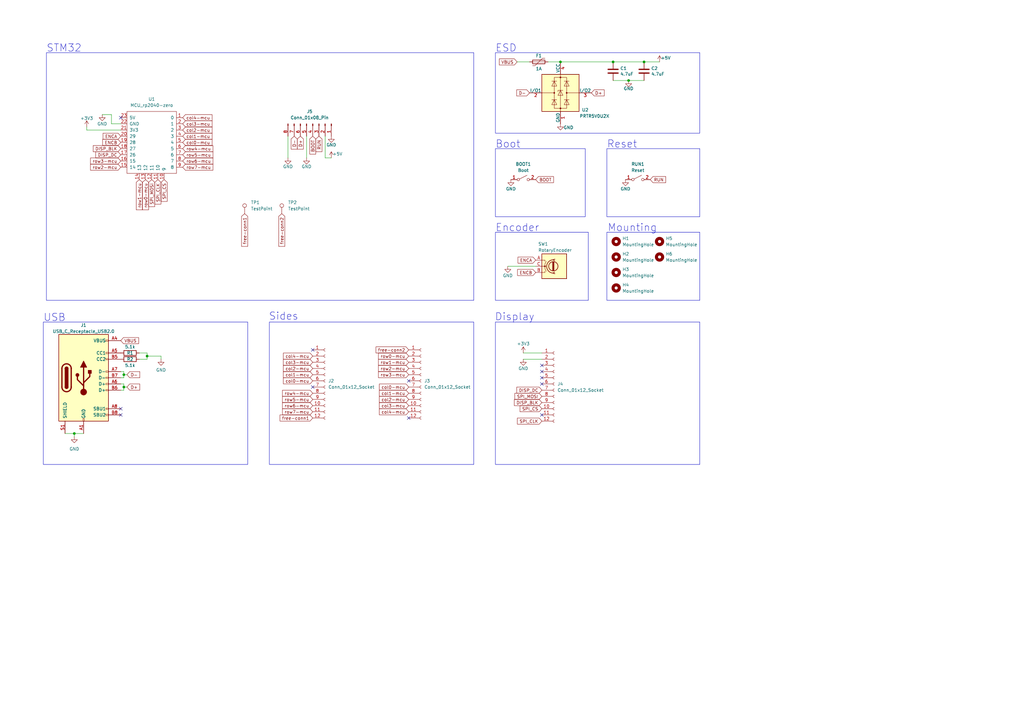
<source format=kicad_sch>
(kicad_sch (version 20231120) (generator "eeschema") (generator_version "8.0")
  (paper "A3")
  (lib_symbols
    (symbol "+5V_1" (power) (pin_names (offset 0))
      (property "Value" "+5V_1" (at 0 3.556 0))
      (symbol "+5V_1_0_1"
        (polyline (pts (xy -0.762 1.27) (xy 0 2.54)))
        (polyline (pts (xy 0 0) (xy 0 2.54)))
        (polyline (pts (xy 0 2.54) (xy 0.762 1.27)))
      )
      (symbol "+5V_1_1_1"
        (pin power_in line (at 0 0 90) (length 0) hide (name "+5V") (number "1"))
      )
    )
    (symbol "Connector:Conn_01x08_Pin" (pin_names (offset 1.016) hide)
      (property "Reference" "J" (at 0 10.16 0))
      (property "Value" "Conn_01x08_Pin" (at 0 -12.7 0))
      (symbol "Conn_01x08_Pin_1_1"
        (polyline (pts (xy 1.27 -10.16) (xy 0.8636 -10.16)) (stroke (width 0.1524)))
        (polyline (pts (xy 1.27 -7.62) (xy 0.8636 -7.62)) (stroke (width 0.1524)))
        (polyline (pts (xy 1.27 -5.08) (xy 0.8636 -5.08)) (stroke (width 0.1524)))
        (polyline (pts (xy 1.27 -2.54) (xy 0.8636 -2.54)) (stroke (width 0.1524)))
        (polyline (pts (xy 1.27 0) (xy 0.8636 0)) (stroke (width 0.1524)))
        (polyline (pts (xy 1.27 2.54) (xy 0.8636 2.54)) (stroke (width 0.1524)))
        (polyline (pts (xy 1.27 5.08) (xy 0.8636 5.08)) (stroke (width 0.1524)))
        (polyline (pts (xy 1.27 7.62) (xy 0.8636 7.62)) (stroke (width 0.1524)))
        (rectangle (start 0.8636 -10.033) (end 0 -10.287) (stroke (width 0.1524)) (fill (type outline)))
        (rectangle (start 0.8636 -7.493) (end 0 -7.747) (stroke (width 0.1524)) (fill (type outline)))
        (rectangle (start 0.8636 -4.953) (end 0 -5.207) (stroke (width 0.1524)) (fill (type outline)))
        (rectangle (start 0.8636 -2.413) (end 0 -2.667) (stroke (width 0.1524)) (fill (type outline)))
        (rectangle (start 0.8636 0.127) (end 0 -0.127) (stroke (width 0.1524)) (fill (type outline)))
        (rectangle (start 0.8636 2.667) (end 0 2.413) (stroke (width 0.1524)) (fill (type outline)))
        (rectangle (start 0.8636 5.207) (end 0 4.953) (stroke (width 0.1524)) (fill (type outline)))
        (rectangle (start 0.8636 7.747) (end 0 7.493) (stroke (width 0.1524)) (fill (type outline)))
        (pin passive line (at 5.08 7.62 180) (length 3.81) (name "Pin_1") (number "1"))
        (pin passive line (at 5.08 5.08 180) (length 3.81) (name "Pin_2") (number "2"))
        (pin passive line (at 5.08 2.54 180) (length 3.81) (name "Pin_3") (number "3"))
        (pin passive line (at 5.08 0 180) (length 3.81) (name "Pin_4") (number "4"))
        (pin passive line (at 5.08 -2.54 180) (length 3.81) (name "Pin_5") (number "5"))
        (pin passive line (at 5.08 -5.08 180) (length 3.81) (name "Pin_6") (number "6"))
        (pin passive line (at 5.08 -7.62 180) (length 3.81) (name "Pin_7") (number "7"))
        (pin passive line (at 5.08 -10.16 180) (length 3.81) (name "Pin_8") (number "8"))
      )
    )
    (symbol "Connector:Conn_01x12_Socket" (pin_names (offset 1.016) hide)
      (property "Reference" "J" (at 0 15.24 0))
      (property "Value" "Conn_01x12_Socket" (at 0 -17.78 0))
      (symbol "Conn_01x12_Socket_1_1"
        (arc (start 0 -14.732) (mid -0.5058 -15.24) (end 0 -15.748) (stroke (width 0.1524)))
        (arc (start 0 -12.192) (mid -0.5058 -12.7) (end 0 -13.208) (stroke (width 0.1524)))
        (arc (start 0 -9.652) (mid -0.5058 -10.16) (end 0 -10.668) (stroke (width 0.1524)))
        (arc (start 0 -7.112) (mid -0.5058 -7.62) (end 0 -8.128) (stroke (width 0.1524)))
        (arc (start 0 -4.572) (mid -0.5058 -5.08) (end 0 -5.588) (stroke (width 0.1524)))
        (arc (start 0 -2.032) (mid -0.5058 -2.54) (end 0 -3.048) (stroke (width 0.1524)))
        (polyline (pts (xy -1.27 -15.24) (xy -0.508 -15.24)) (stroke (width 0.1524)))
        (polyline (pts (xy -1.27 -12.7) (xy -0.508 -12.7)) (stroke (width 0.1524)))
        (polyline (pts (xy -1.27 -10.16) (xy -0.508 -10.16)) (stroke (width 0.1524)))
        (polyline (pts (xy -1.27 -7.62) (xy -0.508 -7.62)) (stroke (width 0.1524)))
        (polyline (pts (xy -1.27 -5.08) (xy -0.508 -5.08)) (stroke (width 0.1524)))
        (polyline (pts (xy -1.27 -2.54) (xy -0.508 -2.54)) (stroke (width 0.1524)))
        (polyline (pts (xy -1.27 0) (xy -0.508 0)) (stroke (width 0.1524)))
        (polyline (pts (xy -1.27 2.54) (xy -0.508 2.54)) (stroke (width 0.1524)))
        (polyline (pts (xy -1.27 5.08) (xy -0.508 5.08)) (stroke (width 0.1524)))
        (polyline (pts (xy -1.27 7.62) (xy -0.508 7.62)) (stroke (width 0.1524)))
        (polyline (pts (xy -1.27 10.16) (xy -0.508 10.16)) (stroke (width 0.1524)))
        (polyline (pts (xy -1.27 12.7) (xy -0.508 12.7)) (stroke (width 0.1524)))
        (arc (start 0 0.508) (mid -0.5058 0) (end 0 -0.508) (stroke (width 0.1524)))
        (arc (start 0 3.048) (mid -0.5058 2.54) (end 0 2.032) (stroke (width 0.1524)))
        (arc (start 0 5.588) (mid -0.5058 5.08) (end 0 4.572) (stroke (width 0.1524)))
        (arc (start 0 8.128) (mid -0.5058 7.62) (end 0 7.112) (stroke (width 0.1524)))
        (arc (start 0 10.668) (mid -0.5058 10.16) (end 0 9.652) (stroke (width 0.1524)))
        (arc (start 0 13.208) (mid -0.5058 12.7) (end 0 12.192) (stroke (width 0.1524)))
        (pin passive line (at -5.08 12.7 0) (length 3.81) (name "Pin_1") (number "1"))
        (pin passive line (at -5.08 -10.16 0) (length 3.81) (name "Pin_10") (number "10"))
        (pin passive line (at -5.08 -12.7 0) (length 3.81) (name "Pin_11") (number "11"))
        (pin passive line (at -5.08 -15.24 0) (length 3.81) (name "Pin_12") (number "12"))
        (pin passive line (at -5.08 10.16 0) (length 3.81) (name "Pin_2") (number "2"))
        (pin passive line (at -5.08 7.62 0) (length 3.81) (name "Pin_3") (number "3"))
        (pin passive line (at -5.08 5.08 0) (length 3.81) (name "Pin_4") (number "4"))
        (pin passive line (at -5.08 2.54 0) (length 3.81) (name "Pin_5") (number "5"))
        (pin passive line (at -5.08 0 0) (length 3.81) (name "Pin_6") (number "6"))
        (pin passive line (at -5.08 -2.54 0) (length 3.81) (name "Pin_7") (number "7"))
        (pin passive line (at -5.08 -5.08 0) (length 3.81) (name "Pin_8") (number "8"))
        (pin passive line (at -5.08 -7.62 0) (length 3.81) (name "Pin_9") (number "9"))
      )
    )
    (symbol "Connector:TestPoint" (pin_numbers hide) (pin_names (offset 0.762) hide)
      (property "Reference" "TP" (at 0 6.858 0))
      (property "Value" "TestPoint" (at 0 5.08 0))
      (symbol "TestPoint_0_1"
        (circle (center 0 3.302) (radius 0.762))
      )
      (symbol "TestPoint_1_1"
        (pin passive line (at 0 0 90) (length 2.54) (name "1") (number "1"))
      )
    )
    (symbol "Connector:USB_C_Receptacle_USB2.0" (pin_names (offset 1.016))
      (property "Reference" "J" (at -10.16 19.05 0))
      (property "Value" "USB_C_Receptacle_USB2.0" (at 19.05 19.05 0))
      (symbol "USB_C_Receptacle_USB2.0_0_0"
        (rectangle (start -0.254 -17.78) (end 0.254 -16.764))
        (rectangle (start 10.16 -14.986) (end 9.144 -15.494))
        (rectangle (start 10.16 -12.446) (end 9.144 -12.954))
        (rectangle (start 10.16 -4.826) (end 9.144 -5.334))
        (rectangle (start 10.16 -2.286) (end 9.144 -2.794))
        (rectangle (start 10.16 0.254) (end 9.144 -0.254))
        (rectangle (start 10.16 2.794) (end 9.144 2.286))
        (rectangle (start 10.16 7.874) (end 9.144 7.366))
        (rectangle (start 10.16 10.414) (end 9.144 9.906))
        (rectangle (start 10.16 15.494) (end 9.144 14.986))
      )
      (symbol "USB_C_Receptacle_USB2.0_0_1"
        (rectangle (start -10.16 17.78) (end 10.16 -17.78) (stroke (width 0.254)) (fill (type background)))
        (arc (start -8.89 -3.81) (mid -6.985 -5.7067) (end -5.08 -3.81) (stroke (width 0.508)))
        (arc (start -7.62 -3.81) (mid -6.985 -4.4423) (end -6.35 -3.81) (stroke (width 0.254)))
        (arc (start -7.62 -3.81) (mid -6.985 -4.4423) (end -6.35 -3.81) (stroke (width 0.254)) (fill (type outline)))
        (rectangle (start -7.62 -3.81) (end -6.35 3.81) (stroke (width 0.254)) (fill (type outline)))
        (arc (start -6.35 3.81) (mid -6.985 4.4423) (end -7.62 3.81) (stroke (width 0.254)))
        (arc (start -6.35 3.81) (mid -6.985 4.4423) (end -7.62 3.81) (stroke (width 0.254)) (fill (type outline)))
        (arc (start -5.08 3.81) (mid -6.985 5.7067) (end -8.89 3.81) (stroke (width 0.508)))
        (circle (center -2.54 1.143) (radius 0.635) (stroke (width 0.254)) (fill (type outline)))
        (circle (center 0 -5.842) (radius 1.27) (fill (type outline)))
        (polyline (pts (xy -8.89 -3.81) (xy -8.89 3.81)) (stroke (width 0.508)))
        (polyline (pts (xy -5.08 3.81) (xy -5.08 -3.81)) (stroke (width 0.508)))
        (polyline (pts (xy 0 -5.842) (xy 0 4.318)) (stroke (width 0.508)))
        (polyline (pts (xy 0 -3.302) (xy -2.54 -0.762) (xy -2.54 0.508)) (stroke (width 0.508)))
        (polyline (pts (xy 0 -2.032) (xy 2.54 0.508) (xy 2.54 1.778)) (stroke (width 0.508)))
        (polyline (pts (xy -1.27 4.318) (xy 0 6.858) (xy 1.27 4.318) (xy -1.27 4.318)) (stroke (width 0.254)) (fill (type outline)))
        (rectangle (start 1.905 1.778) (end 3.175 3.048) (stroke (width 0.254)) (fill (type outline)))
      )
      (symbol "USB_C_Receptacle_USB2.0_1_1"
        (pin passive line (at 0 -22.86 90) (length 5.08) (name "GND") (number "A1"))
        (pin passive line (at 0 -22.86 90) (length 5.08) hide (name "GND") (number "A12"))
        (pin passive line (at 15.24 15.24 180) (length 5.08) (name "VBUS") (number "A4"))
        (pin bidirectional line (at 15.24 10.16 180) (length 5.08) (name "CC1") (number "A5"))
        (pin bidirectional line (at 15.24 -2.54 180) (length 5.08) (name "D+") (number "A6"))
        (pin bidirectional line (at 15.24 2.54 180) (length 5.08) (name "D-") (number "A7"))
        (pin bidirectional line (at 15.24 -12.7 180) (length 5.08) (name "SBU1") (number "A8"))
        (pin passive line (at 15.24 15.24 180) (length 5.08) hide (name "VBUS") (number "A9"))
        (pin passive line (at 0 -22.86 90) (length 5.08) hide (name "GND") (number "B1"))
        (pin passive line (at 0 -22.86 90) (length 5.08) hide (name "GND") (number "B12"))
        (pin passive line (at 15.24 15.24 180) (length 5.08) hide (name "VBUS") (number "B4"))
        (pin bidirectional line (at 15.24 7.62 180) (length 5.08) (name "CC2") (number "B5"))
        (pin bidirectional line (at 15.24 -5.08 180) (length 5.08) (name "D+") (number "B6"))
        (pin bidirectional line (at 15.24 0 180) (length 5.08) (name "D-") (number "B7"))
        (pin bidirectional line (at 15.24 -15.24 180) (length 5.08) (name "SBU2") (number "B8"))
        (pin passive line (at 15.24 15.24 180) (length 5.08) hide (name "VBUS") (number "B9"))
        (pin passive line (at -7.62 -22.86 90) (length 5.08) (name "SHIELD") (number "S1"))
      )
    )
    (symbol "Device:C" (pin_numbers hide) (pin_names (offset 0.254))
      (property "Reference" "C" (at 0.635 2.54 0))
      (property "Value" "C" (at 0.635 -2.54 0))
      (symbol "C_0_1"
        (polyline (pts (xy -2.032 -0.762) (xy 2.032 -0.762)) (stroke (width 0.508)))
        (polyline (pts (xy -2.032 0.762) (xy 2.032 0.762)) (stroke (width 0.508)))
      )
      (symbol "C_1_1"
        (pin passive line (at 0 3.81 270) (length 2.794) (name "~") (number "1"))
        (pin passive line (at 0 -3.81 90) (length 2.794) (name "~") (number "2"))
      )
    )
    (symbol "Device:Polyfuse" (pin_numbers hide) (pin_names (offset 0))
      (property "Reference" "F" (at -2.54 0 90))
      (property "Value" "Polyfuse" (at 2.54 0 90))
      (symbol "Polyfuse_0_1"
        (rectangle (start -0.762 2.54) (end 0.762 -2.54) (stroke (width 0.254)))
        (polyline (pts (xy 0 2.54) (xy 0 -2.54)))
        (polyline (pts (xy -1.524 2.54) (xy -1.524 1.524) (xy 1.524 -1.524) (xy 1.524 -2.54)))
      )
      (symbol "Polyfuse_1_1"
        (pin passive line (at 0 3.81 270) (length 1.27) (name "~") (number "1"))
        (pin passive line (at 0 -3.81 90) (length 1.27) (name "~") (number "2"))
      )
    )
    (symbol "Device:R" (pin_numbers hide) (pin_names (offset 0))
      (property "Reference" "R" (at 2.032 0 90))
      (property "Value" "R" (at 0 0 90))
      (symbol "R_0_1"
        (rectangle (start -1.016 -2.54) (end 1.016 2.54) (stroke (width 0.254)))
      )
      (symbol "R_1_1"
        (pin passive line (at 0 3.81 270) (length 1.27) (name "~") (number "1"))
        (pin passive line (at 0 -3.81 90) (length 1.27) (name "~") (number "2"))
      )
    )
    (symbol "Device:RotaryEncoder" (pin_names (offset 0.254) hide)
      (property "Reference" "SW" (at 0 6.604 0))
      (property "Value" "RotaryEncoder" (at 0 -6.604 0))
      (symbol "RotaryEncoder_0_1"
        (rectangle (start -5.08 5.08) (end 5.08 -5.08) (stroke (width 0.254)) (fill (type background)))
        (circle (center -3.81 0) (radius 0.254) (fill (type outline)))
        (circle (center -0.381 0) (radius 1.905) (stroke (width 0.254)))
        (arc (start -0.381 2.667) (mid -3.0988 -0.0635) (end -0.381 -2.794) (stroke (width 0.254)))
        (polyline (pts (xy -0.635 -1.778) (xy -0.635 1.778)) (stroke (width 0.254)))
        (polyline (pts (xy -0.381 -1.778) (xy -0.381 1.778)) (stroke (width 0.254)))
        (polyline (pts (xy -0.127 1.778) (xy -0.127 -1.778)) (stroke (width 0.254)))
        (polyline (pts (xy -5.08 -2.54) (xy -3.81 -2.54) (xy -3.81 -2.032)))
        (polyline (pts (xy -5.08 2.54) (xy -3.81 2.54) (xy -3.81 2.032)))
        (polyline (pts (xy 0.254 -3.048) (xy -0.508 -2.794) (xy 0.127 -2.413)) (stroke (width 0.254)))
        (polyline (pts (xy 0.254 2.921) (xy -0.508 2.667) (xy 0.127 2.286)) (stroke (width 0.254)))
        (polyline (pts (xy -5.08 0) (xy -3.81 0) (xy -3.81 -1.016) (xy -3.302 -2.032)))
        (polyline (pts (xy -4.318 0) (xy -3.81 0) (xy -3.81 1.016) (xy -3.302 2.032)))
      )
      (symbol "RotaryEncoder_1_1"
        (pin passive line (at -7.62 2.54 0) (length 2.54) (name "A") (number "A"))
        (pin passive line (at -7.62 -2.54 0) (length 2.54) (name "B") (number "B"))
        (pin passive line (at -7.62 0 0) (length 2.54) (name "C") (number "C"))
      )
    )
    (symbol "Mechanical:MountingHole" (pin_names (offset 1.016))
      (property "Reference" "H" (at 0 5.08 0))
      (property "Value" "MountingHole" (at 0 3.175 0))
      (symbol "MountingHole_0_1"
        (circle (center 0 0) (radius 1.27) (stroke (width 1.27)))
      )
    )
    (symbol "Power_Protection:PRTR5V0U2X" (pin_names (offset 0))
      (property "Reference" "D" (at 2.794 8.636 0))
      (property "Value" "PRTR5V0U2X" (at 8.128 -9.398 0))
      (symbol "PRTR5V0U2X_0_1"
        (rectangle (start -7.62 -7.62) (end 7.62 7.62) (stroke (width 0.254)) (fill (type background)))
        (circle (center -2.54 0) (radius 0.254) (fill (type outline)))
        (rectangle (start -2.54 6.35) (end 2.54 -6.35))
        (circle (center 0 -6.35) (radius 0.254) (fill (type outline)))
        (polyline (pts (xy -2.54 0) (xy -7.62 0)))
        (polyline (pts (xy -1.524 -2.794) (xy -3.556 -2.794)))
        (polyline (pts (xy -1.524 4.826) (xy -3.556 4.826)))
        (polyline (pts (xy 0 -7.62) (xy 0 7.62)))
        (polyline (pts (xy 1.524 -2.794) (xy 3.556 -2.794)))
        (polyline (pts (xy 1.524 4.826) (xy 3.556 4.826)))
        (polyline (pts (xy 2.54 0) (xy 7.62 0)))
        (polyline (pts (xy 1.016 1.016) (xy -1.016 1.016) (xy -1.016 0.508)))
        (polyline (pts (xy -3.556 -4.826) (xy -1.524 -4.826) (xy -2.54 -2.794) (xy -3.556 -4.826)))
        (polyline (pts (xy -3.556 2.794) (xy -1.524 2.794) (xy -2.54 4.826) (xy -3.556 2.794)))
        (polyline (pts (xy -1.016 -1.016) (xy 1.016 -1.016) (xy 0 1.016) (xy -1.016 -1.016)))
        (polyline (pts (xy 3.556 -4.826) (xy 1.524 -4.826) (xy 2.54 -2.794) (xy 3.556 -4.826)))
        (polyline (pts (xy 3.556 2.794) (xy 1.524 2.794) (xy 2.54 4.826) (xy 3.556 2.794)))
        (circle (center 0 6.35) (radius 0.254) (fill (type outline)))
        (circle (center 2.54 0) (radius 0.254) (fill (type outline)))
      )
      (symbol "PRTR5V0U2X_1_1"
        (pin passive line (at 0 -12.7 90) (length 5.08) (name "GND") (number "1"))
        (pin passive line (at -12.7 0 0) (length 5.08) (name "I/O1") (number "2"))
        (pin passive line (at 12.7 0 180) (length 5.08) (name "I/O2") (number "3"))
        (pin passive line (at 0 12.7 270) (length 5.08) (name "VCC") (number "4"))
      )
    )
    (symbol "Switch:SW_SPST" (pin_names (offset 0) hide)
      (property "Reference" "SW" (at 0 3.175 0))
      (property "Value" "SW_SPST" (at 0 -2.54 0))
      (symbol "SW_SPST_0_0"
        (circle (center -2.032 0) (radius 0.508))
        (polyline (pts (xy -1.524 0.254) (xy 1.524 1.778)))
        (circle (center 2.032 0) (radius 0.508))
      )
      (symbol "SW_SPST_1_1"
        (pin passive line (at -5.08 0 0) (length 2.54) (name "A") (number "1"))
        (pin passive line (at 5.08 0 180) (length 2.54) (name "B") (number "2"))
      )
    )
    (symbol "power:+3V3" (power) (pin_names (offset 0))
      (property "Value" "+3V3" (at 0 3.556 0))
      (symbol "+3V3_0_1"
        (polyline (pts (xy -0.762 1.27) (xy 0 2.54)))
        (polyline (pts (xy 0 0) (xy 0 2.54)))
        (polyline (pts (xy 0 2.54) (xy 0.762 1.27)))
      )
      (symbol "+3V3_1_1"
        (pin power_in line (at 0 0 90) (length 0) hide (name "+3V3") (number "1"))
      )
    )
    (symbol "power:GND" (power) (pin_names (offset 0))
      (property "Value" "GND" (at 0 -3.81 0))
      (symbol "GND_0_1"
        (polyline (pts (xy 0 0) (xy 0 -1.27) (xy 1.27 -1.27) (xy 0 -2.54) (xy -1.27 -1.27) (xy 0 -1.27)))
      )
      (symbol "GND_1_1"
        (pin power_in line (at 0 0 270) (length 0) hide (name "GND") (number "1"))
      )
    )
    (symbol "power:VCC" (power) (pin_names (offset 0))
      (property "Value" "VCC" (at 0 3.81 0))
      (symbol "VCC_0_1"
        (polyline (pts (xy -0.762 1.27) (xy 0 2.54)))
        (polyline (pts (xy 0 0) (xy 0 2.54)))
        (polyline (pts (xy 0 2.54) (xy 0.762 1.27)))
      )
      (symbol "VCC_1_1"
        (pin power_in line (at 0 0 90) (length 0) hide (name "VCC") (number "1"))
      )
    )
    (symbol "zzkeeb:MCU_rp2040-zero" (pin_names (offset 1.016))
      (property "Reference" "U" (at 0 15.24 0))
      (property "Value" "MCU_rp2040-zero" (at 0 12.7 0))
      (symbol "MCU_rp2040-zero_0_1"
        (rectangle (start -10.16 11.43) (end 10.16 -13.97))
      )
      (symbol "MCU_rp2040-zero_1_1"
        (pin bidirectional line (at 12.7 8.89 180) (length 2.54) (name "0") (number "1"))
        (pin bidirectional line (at 5.08 -16.51 90) (length 2.54) (name "9") (number "10"))
        (pin bidirectional line (at 2.54 -16.51 90) (length 2.54) (name "10") (number "11"))
        (pin bidirectional line (at 0 -16.51 90) (length 2.54) (name "11") (number "12"))
        (pin bidirectional line (at -2.54 -16.51 90) (length 2.54) (name "12") (number "13"))
        (pin bidirectional line (at -5.08 -16.51 90) (length 2.54) (name "13") (number "14"))
        (pin bidirectional line (at -12.7 -11.43 0) (length 2.54) (name "14") (number "15"))
        (pin bidirectional line (at -12.7 -8.89 0) (length 2.54) (name "15") (number "16"))
        (pin bidirectional line (at -12.7 -6.35 0) (length 2.54) (name "26") (number "17"))
        (pin bidirectional line (at -12.7 -3.81 0) (length 2.54) (name "27") (number "18"))
        (pin bidirectional line (at -12.7 -1.27 0) (length 2.54) (name "28") (number "19"))
        (pin bidirectional line (at 12.7 6.35 180) (length 2.54) (name "1") (number "2"))
        (pin bidirectional line (at -12.7 1.27 0) (length 2.54) (name "29") (number "20"))
        (pin power_out line (at -12.7 3.81 0) (length 2.54) (name "3V3") (number "21"))
        (pin power_out line (at -12.7 6.35 0) (length 2.54) (name "GND") (number "22"))
        (pin power_out line (at -12.7 8.89 0) (length 2.54) (name "5V") (number "23"))
        (pin bidirectional line (at 12.7 3.81 180) (length 2.54) (name "2") (number "3"))
        (pin bidirectional line (at 12.7 1.27 180) (length 2.54) (name "3") (number "4"))
        (pin bidirectional line (at 12.7 -1.27 180) (length 2.54) (name "4") (number "5"))
        (pin bidirectional line (at 12.7 -3.81 180) (length 2.54) (name "5") (number "6"))
        (pin bidirectional line (at 12.7 -6.35 180) (length 2.54) (name "6") (number "7"))
        (pin bidirectional line (at 12.7 -8.89 180) (length 2.54) (name "7") (number "8"))
        (pin bidirectional line (at 12.7 -11.43 180) (length 2.54) (name "8") (number "9"))
      )
    )
  )
  (junction (at 60.325 146.05))
  (junction (at 257.81 33.02))
  (junction (at 50.8 158.75))
  (junction (at 251.46 25.4))
  (junction (at 229.87 25.4))
  (junction (at 264.16 25.4))
  (junction (at 30.48 177.8))
  (junction (at 50.8 153.67))
  (no_connect (at 128.27 143.51))
  (no_connect (at 167.64 171.45))
  (no_connect (at 222.25 152.4))
  (no_connect (at 49.53 48.26))
  (no_connect (at 49.53 170.18))
  (no_connect (at 128.27 158.75))
  (no_connect (at 167.64 156.21))
  (no_connect (at 222.25 154.94))
  (no_connect (at 222.25 149.86))
  (no_connect (at 222.25 170.18))
  (no_connect (at 49.53 167.64))
  (no_connect (at 222.25 157.48))
  (wire (pts (xy 214.63 147.32) (xy 222.25 147.32)))
  (wire (pts (xy 66.04 146.05) (xy 66.04 147.32)))
  (wire (pts (xy 49.53 50.8) (xy 45.72 50.8)))
  (wire (pts (xy 30.48 177.8) (xy 30.48 179.07)))
  (wire (pts (xy 264.16 25.4) (xy 270.51 25.4)))
  (wire (pts (xy 125.73 55.88) (xy 125.73 64.77)))
  (wire (pts (xy 60.325 146.05) (xy 60.325 144.78)))
  (wire (pts (xy 35.56 53.34) (xy 35.56 52.07)))
  (wire (pts (xy 57.15 144.78) (xy 60.325 144.78)))
  (wire (pts (xy 224.79 25.4) (xy 229.87 25.4)))
  (wire (pts (xy 50.8 153.67) (xy 50.8 154.94)))
  (wire (pts (xy 26.67 177.8) (xy 30.48 177.8)))
  (wire (pts (xy 45.72 50.8) (xy 45.72 46.99)))
  (wire (pts (xy 41.91 46.99) (xy 45.72 46.99)))
  (wire (pts (xy 50.8 152.4) (xy 50.8 153.67)))
  (wire (pts (xy 229.87 25.4) (xy 251.46 25.4)))
  (wire (pts (xy 60.325 146.05) (xy 66.04 146.05)))
  (wire (pts (xy 251.46 33.02) (xy 257.81 33.02)))
  (wire (pts (xy 49.53 160.02) (xy 50.8 160.02)))
  (wire (pts (xy 50.8 160.02) (xy 50.8 158.75)))
  (wire (pts (xy 49.53 157.48) (xy 50.8 157.48)))
  (wire (pts (xy 214.63 144.78) (xy 222.25 144.78)))
  (wire (pts (xy 251.46 25.4) (xy 264.16 25.4)))
  (wire (pts (xy 257.81 33.02) (xy 264.16 33.02)))
  (wire (pts (xy 212.09 25.4) (xy 217.17 25.4)))
  (wire (pts (xy 30.48 177.8) (xy 34.29 177.8)))
  (wire (pts (xy 49.53 152.4) (xy 50.8 152.4)))
  (wire (pts (xy 50.8 157.48) (xy 50.8 158.75)))
  (wire (pts (xy 49.53 53.34) (xy 35.56 53.34)))
  (wire (pts (xy 50.8 158.75) (xy 52.07 158.75)))
  (wire (pts (xy 208.28 109.22) (xy 219.71 109.22)))
  (wire (pts (xy 118.11 55.88) (xy 118.11 64.77)))
  (wire (pts (xy 57.15 147.32) (xy 60.325 147.32)))
  (wire (pts (xy 60.325 147.32) (xy 60.325 146.05)))
  (wire (pts (xy 133.35 55.88) (xy 133.35 64.77)))
  (wire (pts (xy 133.35 64.77) (xy 135.89 64.77)))
  (wire (pts (xy 50.8 153.67) (xy 52.07 153.67)))
  (wire (pts (xy 49.53 154.94) (xy 50.8 154.94)))
  (rectangle (start 203.2 132.08) (end 287.02 190.5))
  (rectangle (start 248.92 95.25) (end 287.02 123.19))
  (rectangle (start 203.2 60.96) (end 240.03 88.9))
  (rectangle (start 203.2 21.59) (end 287.02 54.61))
  (rectangle (start 19.05 21.59) (end 194.31 123.19))
  (rectangle (start 248.92 60.96) (end 287.02 88.9))
  (rectangle (start 110.49 132.08) (end 194.31 190.5))
  (rectangle (start 203.2 95.25) (end 241.3 123.19))
  (rectangle (start 17.78 132.08) (end 101.6 190.5))
  (text "USB" (at 17.78 132.08 0) (effects (font (size 3 3)) (justify left bottom)))
  (text "Boot" (at 203.2 60.96 0) (effects (font (size 3 3)) (justify left bottom)))
  (text "Reset" (at 248.92 60.96 0) (effects (font (size 3 3)) (justify left bottom)))
  (text "Encoder" (at 203.2 95.25 0) (effects (font (size 3 3)) (justify left bottom)))
  (text "Sides" (at 110.236 131.572 0) (effects (font (size 3 3)) (justify left bottom)))
  (text "Display" (at 202.946 131.826 0) (effects (font (size 3 3)) (justify left bottom)))
  (text "ESD" (at 203.2 21.59 0) (effects (font (size 3 3)) (justify left bottom)))
  (text "Mounting" (at 249.174 95.25 0) (effects (font (size 3 3)) (justify left bottom)))
  (text "STM32" (at 19.05 21.59 0) (effects (font (size 3 3)) (justify left bottom)))
  (global_label "row3-mcu" (shape input) (at 49.53 66.04 180) (property "Intersheetrefs" "${INTERSHEET_REFS}" (effects (hide yes))))
  (global_label "D+" (shape input) (at 52.07 158.75 0) (property "Intersheetrefs" "${INTERSHEET_REFS}" (effects (hide yes))))
  (global_label "VBUS" (shape input) (at 212.09 25.4 180) (property "Intersheetrefs" "${INTERSHEET_REFS}" (effects (hide yes))))
  (global_label "row6-mcu" (shape input) (at 74.93 66.04 0) (property "Intersheetrefs" "${INTERSHEET_REFS}" (effects (hide yes))))
  (global_label "col2-mcu" (shape input) (at 128.27 151.13 180) (property "Intersheetrefs" "${INTERSHEET_REFS}" (effects (hide yes))))
  (global_label "RUN" (shape input) (at 130.81 55.88 270) (property "Intersheetrefs" "${INTERSHEET_REFS}" (effects (hide yes))))
  (global_label "free-conn1" (shape input) (at 100.33 87.63 270) (property "Intersheetrefs" "${INTERSHEET_REFS}" (effects (hide yes))))
  (global_label "D-" (shape input) (at 217.17 38.1 180) (property "Intersheetrefs" "${INTERSHEET_REFS}" (effects (hide yes))))
  (global_label "col4-mcu" (shape input) (at 167.64 168.91 180) (property "Intersheetrefs" "${INTERSHEET_REFS}" (effects (hide yes))))
  (global_label "ENCB" (shape input) (at 49.53 58.42 180) (property "Intersheetrefs" "${INTERSHEET_REFS}" (effects (hide yes))))
  (global_label "col4-mcu" (shape input) (at 128.27 146.05 180) (property "Intersheetrefs" "${INTERSHEET_REFS}" (effects (hide yes))))
  (global_label "col0-mcu" (shape input) (at 128.27 156.21 180) (property "Intersheetrefs" "${INTERSHEET_REFS}" (effects (hide yes))))
  (global_label "SPI_MOSI" (shape input) (at 62.23 73.66 270) (property "Intersheetrefs" "${INTERSHEET_REFS}" (effects (hide yes))))
  (global_label "VBUS" (shape input) (at 49.53 139.7 0) (property "Intersheetrefs" "${INTERSHEET_REFS}" (effects (hide yes))))
  (global_label "DISP_BLK" (shape input) (at 49.53 60.96 180) (property "Intersheetrefs" "${INTERSHEET_REFS}" (effects (hide yes))))
  (global_label "ENCA" (shape input) (at 49.53 55.88 180) (property "Intersheetrefs" "${INTERSHEET_REFS}" (effects (hide yes))))
  (global_label "row2-mcu" (shape input) (at 49.53 68.58 180) (property "Intersheetrefs" "${INTERSHEET_REFS}" (effects (hide yes))))
  (global_label "row0-mcu" (shape input) (at 59.69 73.66 270) (property "Intersheetrefs" "${INTERSHEET_REFS}" (effects (hide yes))))
  (global_label "SPI_MOSI" (shape input) (at 222.25 162.56 180) (property "Intersheetrefs" "${INTERSHEET_REFS}" (effects (hide yes))))
  (global_label "free-conn2" (shape input) (at 167.64 143.51 180) (property "Intersheetrefs" "${INTERSHEET_REFS}" (effects (hide yes))))
  (global_label "col3-mcu" (shape input) (at 74.93 50.8 0) (property "Intersheetrefs" "${INTERSHEET_REFS}" (effects (hide yes))))
  (global_label "row0-mcu" (shape input) (at 167.64 146.05 180) (property "Intersheetrefs" "${INTERSHEET_REFS}" (effects (hide yes))))
  (global_label "row6-mcu" (shape input) (at 128.27 166.37 180) (property "Intersheetrefs" "${INTERSHEET_REFS}" (effects (hide yes))))
  (global_label "DISP_BLK" (shape input) (at 222.25 165.1 180) (property "Intersheetrefs" "${INTERSHEET_REFS}" (effects (hide yes))))
  (global_label "free-conn1" (shape input) (at 128.27 171.45 180) (property "Intersheetrefs" "${INTERSHEET_REFS}" (effects (hide yes))))
  (global_label "col0-mcu" (shape input) (at 167.64 158.75 180) (property "Intersheetrefs" "${INTERSHEET_REFS}" (effects (hide yes))))
  (global_label "row7-mcu" (shape input) (at 74.93 68.58 0) (property "Intersheetrefs" "${INTERSHEET_REFS}" (effects (hide yes))))
  (global_label "col1-mcu" (shape input) (at 167.64 161.29 180) (property "Intersheetrefs" "${INTERSHEET_REFS}" (effects (hide yes))))
  (global_label "SPI_CLK" (shape input) (at 64.77 73.66 270) (property "Intersheetrefs" "${INTERSHEET_REFS}" (effects (hide yes))))
  (global_label "RUN" (shape input) (at 266.7 73.66 0) (property "Intersheetrefs" "${INTERSHEET_REFS}" (effects (hide yes))))
  (global_label "col3-mcu" (shape input) (at 167.64 166.37 180) (property "Intersheetrefs" "${INTERSHEET_REFS}" (effects (hide yes))))
  (global_label "col2-mcu" (shape input) (at 167.64 163.83 180) (property "Intersheetrefs" "${INTERSHEET_REFS}" (effects (hide yes))))
  (global_label "row5-mcu" (shape input) (at 74.93 63.5 0) (property "Intersheetrefs" "${INTERSHEET_REFS}" (effects (hide yes))))
  (global_label "D+" (shape input) (at 123.19 55.88 270) (property "Intersheetrefs" "${INTERSHEET_REFS}" (effects (hide yes))))
  (global_label "BOOT" (shape input) (at 128.27 55.88 270) (property "Intersheetrefs" "${INTERSHEET_REFS}" (effects (hide yes))))
  (global_label "D-" (shape input) (at 120.65 55.88 270) (property "Intersheetrefs" "${INTERSHEET_REFS}" (effects (hide yes))))
  (global_label "row2-mcu" (shape input) (at 167.64 151.13 180) (property "Intersheetrefs" "${INTERSHEET_REFS}" (effects (hide yes))))
  (global_label "ENCB" (shape input) (at 219.71 111.76 180) (property "Intersheetrefs" "${INTERSHEET_REFS}" (effects (hide yes))))
  (global_label "row1-mcu" (shape input) (at 57.15 73.66 270) (property "Intersheetrefs" "${INTERSHEET_REFS}" (effects (hide yes))))
  (global_label "row5-mcu" (shape input) (at 128.27 163.83 180) (property "Intersheetrefs" "${INTERSHEET_REFS}" (effects (hide yes))))
  (global_label "col1-mcu" (shape input) (at 128.27 153.67 180) (property "Intersheetrefs" "${INTERSHEET_REFS}" (effects (hide yes))))
  (global_label "ENCA" (shape input) (at 219.71 106.68 180) (property "Intersheetrefs" "${INTERSHEET_REFS}" (effects (hide yes))))
  (global_label "row4-mcu" (shape input) (at 74.93 60.96 0) (property "Intersheetrefs" "${INTERSHEET_REFS}" (effects (hide yes))))
  (global_label "D-" (shape input) (at 52.07 153.67 0) (property "Intersheetrefs" "${INTERSHEET_REFS}" (effects (hide yes))))
  (global_label "row7-mcu" (shape input) (at 128.27 168.91 180) (property "Intersheetrefs" "${INTERSHEET_REFS}" (effects (hide yes))))
  (global_label "col2-mcu" (shape input) (at 74.93 53.34 0) (property "Intersheetrefs" "${INTERSHEET_REFS}" (effects (hide yes))))
  (global_label "col0-mcu" (shape input) (at 74.93 58.42 0) (property "Intersheetrefs" "${INTERSHEET_REFS}" (effects (hide yes))))
  (global_label "DISP_DC" (shape input) (at 49.53 63.5 180) (property "Intersheetrefs" "${INTERSHEET_REFS}" (effects (hide yes))))
  (global_label "SPI_CS" (shape input) (at 67.31 73.66 270) (property "Intersheetrefs" "${INTERSHEET_REFS}" (effects (hide yes))))
  (global_label "SPI_CLK" (shape input) (at 222.25 172.72 180) (property "Intersheetrefs" "${INTERSHEET_REFS}" (effects (hide yes))))
  (global_label "col3-mcu" (shape input) (at 128.27 148.59 180) (property "Intersheetrefs" "${INTERSHEET_REFS}" (effects (hide yes))))
  (global_label "row1-mcu" (shape input) (at 167.64 148.59 180) (property "Intersheetrefs" "${INTERSHEET_REFS}" (effects (hide yes))))
  (global_label "SPI_CS" (shape input) (at 222.25 167.64 180) (property "Intersheetrefs" "${INTERSHEET_REFS}" (effects (hide yes))))
  (global_label "free-conn2" (shape input) (at 115.57 87.63 270) (property "Intersheetrefs" "${INTERSHEET_REFS}" (effects (hide yes))))
  (global_label "DISP_DC" (shape input) (at 222.25 160.02 180) (property "Intersheetrefs" "${INTERSHEET_REFS}" (effects (hide yes))))
  (global_label "BOOT" (shape input) (at 219.71 73.66 0) (property "Intersheetrefs" "${INTERSHEET_REFS}" (effects (hide yes))))
  (global_label "D+" (shape input) (at 242.57 38.1 0) (property "Intersheetrefs" "${INTERSHEET_REFS}" (effects (hide yes))))
  (global_label "col4-mcu" (shape input) (at 74.93 48.26 0) (property "Intersheetrefs" "${INTERSHEET_REFS}" (effects (hide yes))))
  (global_label "col1-mcu" (shape input) (at 74.93 55.88 0) (property "Intersheetrefs" "${INTERSHEET_REFS}" (effects (hide yes))))
  (global_label "row4-mcu" (shape input) (at 128.27 161.29 180) (property "Intersheetrefs" "${INTERSHEET_REFS}" (effects (hide yes))))
  (global_label "row3-mcu" (shape input) (at 167.64 153.67 180) (property "Intersheetrefs" "${INTERSHEET_REFS}" (effects (hide yes))))
  (symbol (lib_id "zzkeeb:MCU_rp2040-zero") (at 62.23 57.15 0) (unit 1)
    (property "Reference" "U1" (at 62.23 40.64 0))
    (property "Value" "MCU_rp2040-zero" (at 62.23 43.18 0))
    (property "Footprint" "zzkeeb:MCU_rp2040-tiny-tht" (effects (hide yes)))
  )
  (symbol (lib_id "power:GND") (at 135.89 55.88 0) (unit 1)
    (property "Reference" "#PWR08" (effects (hide yes)))
    (property "Value" "GND" (at 135.89 59.436 0))
  )
  (symbol (lib_id "Connector:TestPoint") (at 100.33 87.63 0) (unit 1)
    (property "Reference" "TP1" (at 102.87 83.0579 0) (effects (justify left)))
    (property "Value" "TestPoint" (at 102.87 85.5979 0) (effects (justify left)))
    (property "Footprint" "TestPoint:TestPoint_Pad_D1.5mm" (effects (hide yes)))
    (property "Description" "test point" (effects (hide yes)))
  )
  (symbol (lib_id "Connector:Conn_01x08_Pin") (at 128.27 50.8 270) (unit 1)
    (property "Reference" "J5" (at 127 45.72 90))
    (property "Value" "Conn_01x08_Pin" (at 127 48.26 90))
    (property "Footprint" "Connector_FFC-FPC:Hirose_FH12-8S-0.5SH_1x08-1MP_P0.50mm_Horizontal" (effects (hide yes)))
    (property "Description" "Generic connector, single row, 01x08, script generated" (effects (hide yes)))
  )
  (symbol (lib_id "Mechanical:MountingHole") (at 270.51 99.06 0) (unit 1)
    (property "Reference" "H5" (at 273.05 97.7899 0) (effects (justify left)))
    (property "Value" "MountingHole" (at 273.05 100.3299 0) (effects (justify left)))
    (property "Footprint" "zzkeeb:Hole_M2" (effects (hide yes)))
  )
  (symbol (lib_id "power:GND") (at 209.55 73.66 0) (unit 1)
    (property "Reference" "#PWR018" (effects (hide yes)))
    (property "Value" "GND" (at 209.55 77.47 0))
  )
  (symbol (lib_id "Device:C") (at 264.16 29.21 0) (unit 1)
    (property "Reference" "C2" (at 267.081 28.0416 0) (effects (justify left)))
    (property "Value" "4.7uF" (at 267.081 30.353 0) (effects (justify left)))
    (property "Footprint" "Capacitor_SMD:C_1206_3216Metric" (effects (hide yes)))
    (property "LCSC" "C307331" (effects (hide yes)))
  )
  (symbol (lib_id "Switch:SW_SPST") (at 214.63 73.66 0) (unit 1)
    (property "Reference" "BOOT1" (at 214.63 67.31 0))
    (property "Value" "Boot" (at 214.63 69.85 0))
    (property "Footprint" "Button_Switch_SMD:SW_SPST_TL3342" (effects (hide yes)))
  )
  (symbol (lib_id "Connector:Conn_01x12_Socket") (at 133.35 156.21 0) (unit 1)
    (property "Reference" "J2" (at 134.62 156.2099 0) (effects (justify left)))
    (property "Value" "Conn_01x12_Socket" (at 134.62 158.7499 0) (effects (justify left)))
    (property "Footprint" "zzkeeb:Connector_FFC-12pin-0.5mm-horizontal" (effects (hide yes)))
    (property "Description" "Generic connector, single row, 01x12, script generated" (effects (hide yes)))
  )
  (symbol (lib_id "Connector:Conn_01x12_Socket") (at 172.72 156.21 0) (unit 1)
    (property "Reference" "J3" (at 173.99 156.2099 0) (effects (justify left)))
    (property "Value" "Conn_01x12_Socket" (at 173.99 158.7499 0) (effects (justify left)))
    (property "Footprint" "zzkeeb:Connector_FFC-12pin-0.5mm-horizontal" (effects (hide yes)))
    (property "Description" "Generic connector, single row, 01x12, script generated" (effects (hide yes)))
  )
  (symbol (lib_id "Device:Polyfuse") (at 220.98 25.4 90) (unit 1)
    (property "Reference" "F1" (at 220.98 22.86 90))
    (property "Value" "1A" (at 220.98 28.194 90))
    (property "Footprint" "Fuse:Fuse_1206_3216Metric" (effects (hide yes)))
    (property "LCSC" "C135341" (effects (hide yes)))
  )
  (symbol (lib_id "Mechanical:MountingHole") (at 270.51 105.41 0) (unit 1)
    (property "Reference" "H6" (at 273.05 104.1399 0) (effects (justify left)))
    (property "Value" "MountingHole" (at 273.05 106.6799 0) (effects (justify left)))
    (property "Footprint" "zzkeeb:Hole_M2" (effects (hide yes)))
  )
  (symbol (lib_id "power:GND") (at 66.04 147.32 0) (unit 1)
    (property "Reference" "#PWR02" (effects (hide yes)))
    (property "Value" "GND" (at 66.04 151.765 0))
  )
  (symbol (lib_id "power:GND") (at 229.87 50.8 0) (unit 1)
    (property "Reference" "#PWR05" (effects (hide yes)))
    (property "Value" "GND" (at 233.172 52.324 0))
  )
  (symbol (lib_id "Mechanical:MountingHole") (at 252.73 99.06 0) (unit 1)
    (property "Reference" "H1" (at 255.27 97.7899 0) (effects (justify left)))
    (property "Value" "MountingHole" (at 255.27 100.3299 0) (effects (justify left)))
    (property "Footprint" "zzkeeb:Hole_M2-solder-nut-2.5" (effects (hide yes)))
  )
  (symbol (lib_id "Device:RotaryEncoder") (at 227.33 109.22 0) (unit 1)
    (property "Reference" "SW1" (at 220.726 100.076 0) (effects (justify left)))
    (property "Value" "RotaryEncoder" (at 220.726 102.616 0) (effects (justify left)))
    (property "Footprint" "zzkeeb:RingEncoder_PER561P115N0015" (effects (hide yes)))
    (property "Description" "Rotary encoder, dual channel, incremental quadrate outputs" (effects (hide yes)))
  )
  (symbol (lib_id "Mechanical:MountingHole") (at 252.73 118.11 0) (unit 1)
    (property "Reference" "H4" (at 255.27 116.8399 0) (effects (justify left)))
    (property "Value" "MountingHole" (at 255.27 119.3799 0) (effects (justify left)))
    (property "Footprint" "zzkeeb:Hole_M2-solder-nut-2.5" (effects (hide yes)))
  )
  (symbol (lib_id "Power_Protection:PRTR5V0U2X") (at 229.87 38.1 0) (unit 1)
    (property "Reference" "U2" (at 240.03 45.085 0))
    (property "Value" "PRTR5V0U2X" (at 243.84 47.625 0))
    (property "Footprint" "Package_TO_SOT_SMD:SOT-143" (effects (hide yes)))
    (property "Datasheet" "https://assets.nexperia.com/documents/data-sheet/PRTR5V0U2X.pdf" (effects (hide yes)))
    (property "LCSC" "C2827688" (effects (hide yes)))
    (property "JlcRotOffset" "90" (effects (hide yes)))
  )
  (symbol (lib_id "Switch:SW_SPST") (at 261.62 73.66 0) (unit 1)
    (property "Reference" "RUN1" (at 261.62 67.31 0))
    (property "Value" "Reset" (at 261.62 69.85 0))
    (property "Footprint" "Button_Switch_SMD:SW_SPST_TL3342" (effects (hide yes)))
  )
  (symbol (lib_id "power:GND") (at 118.11 64.77 0) (unit 1)
    (property "Reference" "#PWR021" (effects (hide yes)))
    (property "Value" "GND" (at 118.11 68.326 0))
  )
  (symbol (lib_id "power:GND") (at 214.63 147.32 0) (unit 1)
    (property "Reference" "#PWR010" (effects (hide yes)))
    (property "Value" "GND" (at 214.63 151.13 0))
  )
  (symbol (lib_id "power:GND") (at 41.91 46.99 0) (unit 1)
    (property "Reference" "#PWR04" (effects (hide yes)))
    (property "Value" "GND" (at 41.91 50.8 0))
  )
  (symbol (lib_name "+5V_1") (lib_id "power:+5V") (at 135.89 64.77 0) (unit 1)
    (property "Reference" "#PWR011" (effects (hide yes)))
    (property "Value" "+5V" (at 138.43 63.119 0))
  )
  (symbol (lib_name "+5V_1") (lib_id "power:+5V") (at 270.51 25.4 0) (unit 1)
    (property "Reference" "#PWR07" (effects (hide yes)))
    (property "Value" "+5V" (at 273.05 23.749 0))
  )
  (symbol (lib_id "Connector:Conn_01x12_Socket") (at 227.33 157.48 0) (unit 1)
    (property "Reference" "J4" (at 228.6 157.4799 0) (effects (justify left)))
    (property "Value" "Conn_01x12_Socket" (at 228.6 160.0199 0) (effects (justify left)))
    (property "Footprint" "zzkeeb:Connector_VIK-horizontal-keyboard" (effects (hide yes)))
    (property "Description" "Generic connector, single row, 01x12, script generated" (effects (hide yes)))
  )
  (symbol (lib_id "Mechanical:MountingHole") (at 252.73 105.41 0) (unit 1)
    (property "Reference" "H2" (at 255.27 104.1399 0) (effects (justify left)))
    (property "Value" "MountingHole" (at 255.27 106.6799 0) (effects (justify left)))
    (property "Footprint" "zzkeeb:Hole_M2-solder-nut-2.5" (effects (hide yes)))
  )
  (symbol (lib_id "Connector:USB_C_Receptacle_USB2.0") (at 34.29 154.94 0) (unit 1)
    (property "Reference" "J1" (at 34.29 133.35 0))
    (property "Value" "USB_C_Receptacle_USB2.0" (at 34.29 135.89 0))
    (property "Footprint" "zzkeeb:Connector_USB-C-31-M-12" (effects (hide yes)))
    (property "Datasheet" "https://www.usb.org/sites/default/files/documents/usb_type-c.zip" (effects (hide yes)))
    (property "JlcRotOffset" "180" (effects (hide yes)))
    (property "JlcPosOffset" "0,1.5" (effects (hide yes)))
  )
  (symbol (lib_id "power:GND") (at 30.48 179.07 0) (unit 1)
    (property "Reference" "#PWR01" (effects (hide yes)))
    (property "Value" "GND" (at 30.48 184.15 0))
  )
  (symbol (lib_id "power:GND") (at 257.81 33.02 0) (unit 1)
    (property "Reference" "#PWR06" (effects (hide yes)))
    (property "Value" "GND" (at 257.81 36.322 0))
  )
  (symbol (lib_id "power:GND") (at 208.28 109.22 0) (unit 1)
    (property "Reference" "#PWR09" (effects (hide yes)))
    (property "Value" "GND" (at 208.28 113.03 0))
  )
  (symbol (lib_id "power:+3V3") (at 35.56 52.07 0) (unit 1)
    (property "Reference" "#PWR03" (effects (hide yes)))
    (property "Value" "+3V3" (at 35.56 48.514 0))
  )
  (symbol (lib_id "Device:R") (at 53.34 144.78 270) (unit 1)
    (property "Reference" "R1" (at 53.34 144.78 90))
    (property "Value" "5.1k" (at 53.34 142.24 90))
    (property "Footprint" "Resistor_SMD:R_0805_2012Metric" (effects (hide yes)))
  )
  (symbol (lib_id "power:GND") (at 125.73 64.77 0) (unit 1)
    (property "Reference" "#PWR017" (effects (hide yes)))
    (property "Value" "GND" (at 125.73 68.326 0))
  )
  (symbol (lib_id "Connector:TestPoint") (at 115.57 87.63 0) (unit 1)
    (property "Reference" "TP2" (at 118.11 83.0579 0) (effects (justify left)))
    (property "Value" "TestPoint" (at 118.11 85.5979 0) (effects (justify left)))
    (property "Footprint" "TestPoint:TestPoint_Pad_D1.5mm" (effects (hide yes)))
    (property "Description" "test point" (effects (hide yes)))
  )
  (symbol (lib_id "Device:C") (at 251.46 29.21 0) (unit 1)
    (property "Reference" "C1" (at 254.381 28.0416 0) (effects (justify left)))
    (property "Value" "4.7uF" (at 254.381 30.353 0) (effects (justify left)))
    (property "Footprint" "Capacitor_SMD:C_1206_3216Metric" (effects (hide yes)))
    (property "LCSC" "C307331" (effects (hide yes)))
  )
  (symbol (lib_id "Mechanical:MountingHole") (at 252.73 111.76 0) (unit 1)
    (property "Reference" "H3" (at 255.27 110.4899 0) (effects (justify left)))
    (property "Value" "MountingHole" (at 255.27 113.0299 0) (effects (justify left)))
    (property "Footprint" "zzkeeb:Hole_M2-solder-nut-2.5" (effects (hide yes)))
  )
  (symbol (lib_id "power:VCC") (at 214.63 144.78 0) (unit 1)
    (property "Reference" "#PWR015" (effects (hide yes)))
    (property "Value" "+3V3" (at 214.63 140.97 0))
  )
  (symbol (lib_id "Device:R") (at 53.34 147.32 90) (unit 1)
    (property "Reference" "R2" (at 53.34 147.32 90))
    (property "Value" "5.1k" (at 53.34 149.86 90))
    (property "Footprint" "Resistor_SMD:R_0805_2012Metric" (effects (hide yes)))
  )
  (symbol (lib_id "power:GND") (at 256.54 73.66 0) (unit 1)
    (property "Reference" "#PWR020" (effects (hide yes)))
    (property "Value" "GND" (at 256.54 77.47 0))
  )
)
</source>
